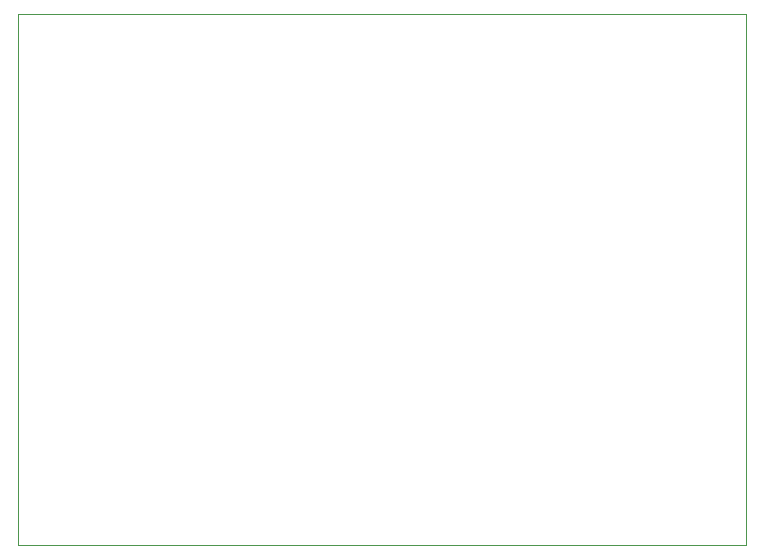
<source format=gbr>
%TF.GenerationSoftware,Altium Limited,Altium Designer,24.3.1 (35)*%
G04 Layer_Color=0*
%FSLAX45Y45*%
%MOMM*%
%TF.SameCoordinates,E851E176-8CB6-418E-8C67-C8CBA5644839*%
%TF.FilePolarity,Positive*%
%TF.FileFunction,Profile,NP*%
%TF.Part,Single*%
G01*
G75*
%TA.AperFunction,Profile*%
%ADD28C,0.02540*%
D28*
X4457700Y5981700D02*
X10617200D01*
Y10477500D01*
X4457700D01*
Y5981700D01*
%TF.MD5,90ce0886ff04a098af7461d80fbcd284*%
M02*

</source>
